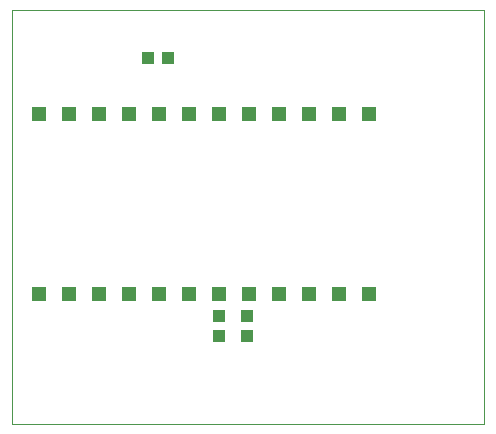
<source format=gbp>
G75*
%MOIN*%
%OFA0B0*%
%FSLAX24Y24*%
%IPPOS*%
%LPD*%
%AMOC8*
5,1,8,0,0,1.08239X$1,22.5*
%
%ADD10C,0.0000*%
%ADD11R,0.0394X0.0433*%
%ADD12R,0.0433X0.0394*%
%ADD13R,0.0500X0.0500*%
D10*
X010976Y000180D02*
X010976Y013960D01*
X026724Y013960D01*
X026724Y000180D01*
X010976Y000180D01*
D11*
X015516Y012380D03*
X016185Y012380D03*
D12*
X017876Y003765D03*
X017876Y003095D03*
X018826Y003095D03*
X018826Y003765D03*
D13*
X018876Y004505D03*
X019876Y004505D03*
X020876Y004505D03*
X021876Y004505D03*
X022876Y004505D03*
X017876Y004505D03*
X016876Y004505D03*
X015876Y004505D03*
X014876Y004505D03*
X013876Y004505D03*
X012876Y004505D03*
X011876Y004505D03*
X011876Y010505D03*
X012876Y010505D03*
X013876Y010505D03*
X014876Y010505D03*
X015876Y010505D03*
X016876Y010505D03*
X017876Y010505D03*
X018876Y010505D03*
X019876Y010505D03*
X020876Y010505D03*
X021876Y010505D03*
X022876Y010505D03*
M02*

</source>
